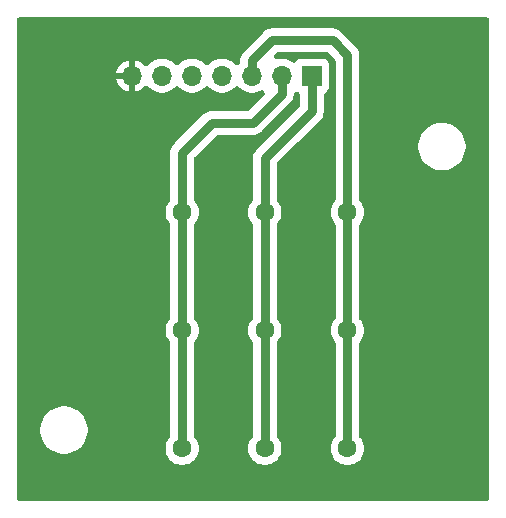
<source format=gbr>
%TF.GenerationSoftware,KiCad,Pcbnew,8.0.1*%
%TF.CreationDate,2024-04-03T15:52:09+05:30*%
%TF.ProjectId,ResistiveCrossbar,52657369-7374-4697-9665-43726f737362,rev?*%
%TF.SameCoordinates,Original*%
%TF.FileFunction,Copper,L2,Bot*%
%TF.FilePolarity,Positive*%
%FSLAX46Y46*%
G04 Gerber Fmt 4.6, Leading zero omitted, Abs format (unit mm)*
G04 Created by KiCad (PCBNEW 8.0.1) date 2024-04-03 15:52:09*
%MOMM*%
%LPD*%
G01*
G04 APERTURE LIST*
%TA.AperFunction,ComponentPad*%
%ADD10R,1.700000X1.700000*%
%TD*%
%TA.AperFunction,ComponentPad*%
%ADD11O,1.700000X1.700000*%
%TD*%
%TA.AperFunction,ViaPad*%
%ADD12C,1.600000*%
%TD*%
%TA.AperFunction,Conductor*%
%ADD13C,0.800000*%
%TD*%
G04 APERTURE END LIST*
D10*
%TO.P,J1,1,Pin_1*%
%TO.N,/Vt2*%
X141000000Y-44000000D03*
D11*
%TO.P,J1,2,Pin_2*%
%TO.N,/Vt1*%
X138460000Y-44000000D03*
%TO.P,J1,3,Pin_3*%
%TO.N,/Vt3*%
X135920000Y-44000000D03*
%TO.P,J1,4,Pin_4*%
%TO.N,/Hz3*%
X133380000Y-44000000D03*
%TO.P,J1,5,Pin_5*%
%TO.N,/Hz2*%
X130840000Y-44000000D03*
%TO.P,J1,6,Pin_6*%
%TO.N,/Hz1*%
X128300000Y-44000000D03*
%TO.P,J1,7,Pin_7*%
%TO.N,GND*%
X125760000Y-44000000D03*
%TD*%
D12*
%TO.N,/Vt3*%
X144000000Y-65550000D03*
X144000000Y-55550000D03*
X144000000Y-75550000D03*
%TO.N,/Vt1*%
X130000000Y-55550000D03*
X130000000Y-75550000D03*
X130000000Y-65550000D03*
%TO.N,/Vt2*%
X137000000Y-65550000D03*
X137000000Y-75550000D03*
X137000000Y-55550000D03*
%TD*%
D13*
%TO.N,/Vt3*%
X137600000Y-41000000D02*
X142750000Y-41000000D01*
X144000000Y-42250000D02*
X144000000Y-55550000D01*
X144000000Y-55550000D02*
X144000000Y-75550000D01*
X135920000Y-42680000D02*
X137600000Y-41000000D01*
X135920000Y-44000000D02*
X135920000Y-42680000D01*
X142750000Y-41000000D02*
X144000000Y-42250000D01*
%TO.N,/Vt1*%
X138460000Y-45540000D02*
X136000000Y-48000000D01*
X136000000Y-48000000D02*
X132500000Y-48000000D01*
X138460000Y-44000000D02*
X138460000Y-45540000D01*
X130000000Y-55550000D02*
X130000000Y-75550000D01*
X132500000Y-48000000D02*
X130000000Y-50500000D01*
X138531600Y-44170600D02*
X138560000Y-44199000D01*
X130000000Y-50500000D02*
X130000000Y-55550000D01*
%TO.N,/Vt2*%
X141000000Y-44000000D02*
X141000000Y-47000000D01*
X137000000Y-51000000D02*
X137000000Y-55550000D01*
X137000000Y-55550000D02*
X137000000Y-75550000D01*
X141000000Y-47000000D02*
X137000000Y-51000000D01*
%TD*%
%TA.AperFunction,Conductor*%
%TO.N,GND*%
G36*
X155845788Y-39019454D02*
G01*
X155926570Y-39073430D01*
X155980546Y-39154212D01*
X155999500Y-39249500D01*
X155999500Y-79751000D01*
X155980546Y-79846288D01*
X155926570Y-79927070D01*
X155845788Y-79981046D01*
X155750500Y-80000000D01*
X116249000Y-80000000D01*
X116153712Y-79981046D01*
X116072930Y-79927070D01*
X116018954Y-79846288D01*
X116000000Y-79751000D01*
X116000000Y-74131119D01*
X117999500Y-74131119D01*
X118033729Y-74391112D01*
X118101601Y-74644417D01*
X118201953Y-74886689D01*
X118201955Y-74886693D01*
X118333073Y-75113798D01*
X118333082Y-75113812D01*
X118490293Y-75318691D01*
X118492718Y-75321851D01*
X118678149Y-75507282D01*
X118678153Y-75507285D01*
X118678154Y-75507286D01*
X118886187Y-75666917D01*
X118886192Y-75666920D01*
X118886197Y-75666924D01*
X119113303Y-75798043D01*
X119355581Y-75898398D01*
X119608884Y-75966270D01*
X119868880Y-76000500D01*
X120131120Y-76000500D01*
X120391116Y-75966270D01*
X120644419Y-75898398D01*
X120886697Y-75798043D01*
X121113803Y-75666924D01*
X121321851Y-75507282D01*
X121507282Y-75321851D01*
X121666924Y-75113803D01*
X121798043Y-74886697D01*
X121898398Y-74644419D01*
X121966270Y-74391116D01*
X122000500Y-74131120D01*
X122000500Y-73868880D01*
X121966270Y-73608884D01*
X121898398Y-73355581D01*
X121798043Y-73113303D01*
X121666924Y-72886197D01*
X121666920Y-72886192D01*
X121666917Y-72886187D01*
X121507286Y-72678154D01*
X121507285Y-72678153D01*
X121507282Y-72678149D01*
X121321851Y-72492718D01*
X121321846Y-72492714D01*
X121321845Y-72492713D01*
X121113812Y-72333082D01*
X121113798Y-72333073D01*
X121052937Y-72297935D01*
X120886697Y-72201957D01*
X120886695Y-72201956D01*
X120886693Y-72201955D01*
X120886689Y-72201953D01*
X120644417Y-72101601D01*
X120534730Y-72072211D01*
X120391116Y-72033730D01*
X120391111Y-72033729D01*
X120391114Y-72033729D01*
X120131120Y-71999500D01*
X119868880Y-71999500D01*
X119608887Y-72033729D01*
X119355582Y-72101601D01*
X119113310Y-72201953D01*
X119113306Y-72201955D01*
X118886201Y-72333073D01*
X118886187Y-72333082D01*
X118678154Y-72492713D01*
X118492713Y-72678154D01*
X118333082Y-72886187D01*
X118333073Y-72886201D01*
X118201955Y-73113306D01*
X118201953Y-73113310D01*
X118101601Y-73355582D01*
X118033729Y-73608887D01*
X117999500Y-73868880D01*
X117999500Y-74131119D01*
X116000000Y-74131119D01*
X116000000Y-44250001D01*
X124429363Y-44250001D01*
X124486566Y-44463483D01*
X124486566Y-44463485D01*
X124586399Y-44677576D01*
X124721889Y-44871076D01*
X124888923Y-45038110D01*
X125082423Y-45173600D01*
X125296511Y-45273431D01*
X125510000Y-45330635D01*
X125510000Y-44433012D01*
X125567007Y-44465925D01*
X125694174Y-44500000D01*
X125825826Y-44500000D01*
X125952993Y-44465925D01*
X126010000Y-44433012D01*
X126010000Y-45330635D01*
X126223488Y-45273431D01*
X126437576Y-45173600D01*
X126631079Y-45038107D01*
X126787601Y-44881586D01*
X126868382Y-44827609D01*
X126963670Y-44808655D01*
X127058958Y-44827609D01*
X127139740Y-44881585D01*
X127146867Y-44889012D01*
X127151426Y-44893964D01*
X127151429Y-44893969D01*
X127314236Y-45070825D01*
X127503933Y-45218472D01*
X127715344Y-45332882D01*
X127942703Y-45410934D01*
X128179808Y-45450500D01*
X128420192Y-45450500D01*
X128657297Y-45410934D01*
X128884656Y-45332882D01*
X129096067Y-45218472D01*
X129285764Y-45070825D01*
X129386806Y-44961062D01*
X129465285Y-44903796D01*
X129559709Y-44880920D01*
X129655699Y-44895919D01*
X129738642Y-44946511D01*
X129753184Y-44961053D01*
X129795260Y-45006760D01*
X129854229Y-45070818D01*
X129854231Y-45070819D01*
X129854236Y-45070825D01*
X130043933Y-45218472D01*
X130255344Y-45332882D01*
X130482703Y-45410934D01*
X130719808Y-45450500D01*
X130960192Y-45450500D01*
X131197297Y-45410934D01*
X131424656Y-45332882D01*
X131636067Y-45218472D01*
X131825764Y-45070825D01*
X131926806Y-44961062D01*
X132005285Y-44903796D01*
X132099709Y-44880920D01*
X132195699Y-44895919D01*
X132278642Y-44946511D01*
X132293184Y-44961053D01*
X132335260Y-45006760D01*
X132394229Y-45070818D01*
X132394231Y-45070819D01*
X132394236Y-45070825D01*
X132583933Y-45218472D01*
X132795344Y-45332882D01*
X133022703Y-45410934D01*
X133259808Y-45450500D01*
X133500192Y-45450500D01*
X133737297Y-45410934D01*
X133964656Y-45332882D01*
X134176067Y-45218472D01*
X134365764Y-45070825D01*
X134466806Y-44961062D01*
X134545285Y-44903796D01*
X134639709Y-44880920D01*
X134735699Y-44895919D01*
X134818642Y-44946511D01*
X134833184Y-44961053D01*
X134875260Y-45006760D01*
X134934229Y-45070818D01*
X134934231Y-45070819D01*
X134934236Y-45070825D01*
X135123933Y-45218472D01*
X135335344Y-45332882D01*
X135562703Y-45410934D01*
X135799808Y-45450500D01*
X136040192Y-45450500D01*
X136277297Y-45410934D01*
X136504656Y-45332882D01*
X136630853Y-45264587D01*
X136723673Y-45235906D01*
X136820408Y-45244928D01*
X136906327Y-45290283D01*
X136968349Y-45365064D01*
X136997032Y-45457889D01*
X136988010Y-45554624D01*
X136942655Y-45640543D01*
X136925431Y-45659646D01*
X135658510Y-46926569D01*
X135577728Y-46980546D01*
X135482440Y-46999500D01*
X132401459Y-46999500D01*
X132304812Y-47018724D01*
X132304810Y-47018724D01*
X132208165Y-47037948D01*
X132154830Y-47060039D01*
X132026088Y-47113366D01*
X132026084Y-47113368D01*
X131862219Y-47222860D01*
X131862216Y-47222862D01*
X131722860Y-47362217D01*
X131722861Y-47362218D01*
X131722858Y-47362221D01*
X129362221Y-49722858D01*
X129362218Y-49722861D01*
X129362217Y-49722860D01*
X129222862Y-49862216D01*
X129222860Y-49862219D01*
X129113369Y-50026084D01*
X129113365Y-50026091D01*
X129037949Y-50208164D01*
X129037947Y-50208169D01*
X128999500Y-50401454D01*
X128999500Y-54471847D01*
X128980546Y-54567135D01*
X128933696Y-54640489D01*
X128891023Y-54686844D01*
X128764073Y-54881156D01*
X128670842Y-55093702D01*
X128670841Y-55093706D01*
X128613868Y-55318684D01*
X128613866Y-55318691D01*
X128594700Y-55550000D01*
X128613866Y-55781308D01*
X128613868Y-55781315D01*
X128670841Y-56006293D01*
X128670842Y-56006297D01*
X128764074Y-56218846D01*
X128891018Y-56413150D01*
X128933695Y-56459509D01*
X128984287Y-56542452D01*
X128999500Y-56628153D01*
X128999500Y-64471847D01*
X128980546Y-64567135D01*
X128933696Y-64640489D01*
X128891023Y-64686844D01*
X128764073Y-64881156D01*
X128670842Y-65093702D01*
X128670841Y-65093706D01*
X128613868Y-65318684D01*
X128613866Y-65318691D01*
X128594700Y-65550000D01*
X128613866Y-65781308D01*
X128613868Y-65781315D01*
X128670841Y-66006293D01*
X128670842Y-66006297D01*
X128764074Y-66218846D01*
X128891018Y-66413150D01*
X128933695Y-66459509D01*
X128984287Y-66542452D01*
X128999500Y-66628153D01*
X128999500Y-74471847D01*
X128980546Y-74567135D01*
X128933696Y-74640489D01*
X128891023Y-74686844D01*
X128764073Y-74881156D01*
X128670842Y-75093702D01*
X128670841Y-75093706D01*
X128613868Y-75318684D01*
X128613866Y-75318691D01*
X128594700Y-75550000D01*
X128613866Y-75781308D01*
X128613868Y-75781315D01*
X128670841Y-76006293D01*
X128670842Y-76006297D01*
X128764074Y-76218846D01*
X128891019Y-76413151D01*
X128891022Y-76413155D01*
X129048214Y-76583911D01*
X129048216Y-76583913D01*
X129231374Y-76726470D01*
X129328863Y-76779228D01*
X129435487Y-76836931D01*
X129435489Y-76836931D01*
X129435497Y-76836936D01*
X129655019Y-76912298D01*
X129883951Y-76950500D01*
X130116049Y-76950500D01*
X130344981Y-76912298D01*
X130564503Y-76836936D01*
X130768626Y-76726470D01*
X130951784Y-76583913D01*
X131108979Y-76413153D01*
X131235924Y-76218849D01*
X131329157Y-76006300D01*
X131386134Y-75781305D01*
X131405300Y-75550000D01*
X131386134Y-75318695D01*
X131329157Y-75093700D01*
X131235924Y-74881151D01*
X131108979Y-74686847D01*
X131066304Y-74640489D01*
X131015712Y-74557546D01*
X131000500Y-74471847D01*
X131000500Y-66628153D01*
X131019454Y-66532865D01*
X131066305Y-66459509D01*
X131108979Y-66413153D01*
X131235924Y-66218849D01*
X131329157Y-66006300D01*
X131386134Y-65781305D01*
X131405300Y-65550000D01*
X131386134Y-65318695D01*
X131329157Y-65093700D01*
X131235924Y-64881151D01*
X131108979Y-64686847D01*
X131066304Y-64640489D01*
X131015712Y-64557546D01*
X131000500Y-64471847D01*
X131000500Y-56628153D01*
X131019454Y-56532865D01*
X131066305Y-56459509D01*
X131108979Y-56413153D01*
X131235924Y-56218849D01*
X131329157Y-56006300D01*
X131386134Y-55781305D01*
X131405300Y-55550000D01*
X131386134Y-55318695D01*
X131329157Y-55093700D01*
X131235924Y-54881151D01*
X131108979Y-54686847D01*
X131066304Y-54640489D01*
X131015712Y-54557546D01*
X131000500Y-54471847D01*
X131000500Y-51017560D01*
X131019454Y-50922272D01*
X131073430Y-50841490D01*
X132841490Y-49073430D01*
X132922272Y-49019454D01*
X133017560Y-49000500D01*
X136098539Y-49000500D01*
X136098540Y-49000500D01*
X136098541Y-49000500D01*
X136195188Y-48981275D01*
X136291836Y-48962051D01*
X136345165Y-48939961D01*
X136473914Y-48886632D01*
X136637782Y-48777139D01*
X136777139Y-48637782D01*
X136777140Y-48637779D01*
X139237139Y-46177782D01*
X139346631Y-46013915D01*
X139346632Y-46013914D01*
X139422051Y-45831835D01*
X139460500Y-45638541D01*
X139460500Y-45582578D01*
X139479454Y-45487290D01*
X139533430Y-45406508D01*
X139614212Y-45352532D01*
X139709500Y-45333578D01*
X139804788Y-45352532D01*
X139834002Y-45366939D01*
X139847155Y-45374533D01*
X139847159Y-45374536D01*
X139847162Y-45374537D01*
X139861295Y-45382697D01*
X139860614Y-45383875D01*
X139926563Y-45427937D01*
X139980542Y-45508716D01*
X139999500Y-45604003D01*
X139999500Y-46482439D01*
X139980546Y-46577727D01*
X139926570Y-46658509D01*
X136362220Y-50222859D01*
X136362218Y-50222861D01*
X136362217Y-50222860D01*
X136222862Y-50362216D01*
X136222860Y-50362219D01*
X136113369Y-50526084D01*
X136113365Y-50526091D01*
X136037949Y-50708164D01*
X136037947Y-50708169D01*
X135999500Y-50901454D01*
X135999500Y-54471847D01*
X135980546Y-54567135D01*
X135933696Y-54640489D01*
X135891023Y-54686844D01*
X135764073Y-54881156D01*
X135670842Y-55093702D01*
X135670841Y-55093706D01*
X135613868Y-55318684D01*
X135613866Y-55318691D01*
X135594700Y-55550000D01*
X135613866Y-55781308D01*
X135613868Y-55781315D01*
X135670841Y-56006293D01*
X135670842Y-56006297D01*
X135764074Y-56218846D01*
X135891018Y-56413150D01*
X135933695Y-56459509D01*
X135984287Y-56542452D01*
X135999500Y-56628153D01*
X135999500Y-64471847D01*
X135980546Y-64567135D01*
X135933696Y-64640489D01*
X135891023Y-64686844D01*
X135764073Y-64881156D01*
X135670842Y-65093702D01*
X135670841Y-65093706D01*
X135613868Y-65318684D01*
X135613866Y-65318691D01*
X135594700Y-65550000D01*
X135613866Y-65781308D01*
X135613868Y-65781315D01*
X135670841Y-66006293D01*
X135670842Y-66006297D01*
X135764074Y-66218846D01*
X135891018Y-66413150D01*
X135933695Y-66459509D01*
X135984287Y-66542452D01*
X135999500Y-66628153D01*
X135999500Y-74471847D01*
X135980546Y-74567135D01*
X135933696Y-74640489D01*
X135891023Y-74686844D01*
X135764073Y-74881156D01*
X135670842Y-75093702D01*
X135670841Y-75093706D01*
X135613868Y-75318684D01*
X135613866Y-75318691D01*
X135594700Y-75550000D01*
X135613866Y-75781308D01*
X135613868Y-75781315D01*
X135670841Y-76006293D01*
X135670842Y-76006297D01*
X135764074Y-76218846D01*
X135891019Y-76413151D01*
X135891022Y-76413155D01*
X136048214Y-76583911D01*
X136048216Y-76583913D01*
X136231374Y-76726470D01*
X136328863Y-76779228D01*
X136435487Y-76836931D01*
X136435489Y-76836931D01*
X136435497Y-76836936D01*
X136655019Y-76912298D01*
X136883951Y-76950500D01*
X137116049Y-76950500D01*
X137344981Y-76912298D01*
X137564503Y-76836936D01*
X137768626Y-76726470D01*
X137951784Y-76583913D01*
X138108979Y-76413153D01*
X138235924Y-76218849D01*
X138329157Y-76006300D01*
X138386134Y-75781305D01*
X138405300Y-75550000D01*
X138386134Y-75318695D01*
X138329157Y-75093700D01*
X138235924Y-74881151D01*
X138108979Y-74686847D01*
X138066304Y-74640489D01*
X138015712Y-74557546D01*
X138000500Y-74471847D01*
X138000500Y-66628153D01*
X138019454Y-66532865D01*
X138066305Y-66459509D01*
X138108979Y-66413153D01*
X138235924Y-66218849D01*
X138329157Y-66006300D01*
X138386134Y-65781305D01*
X138405300Y-65550000D01*
X138386134Y-65318695D01*
X138329157Y-65093700D01*
X138235924Y-64881151D01*
X138108979Y-64686847D01*
X138066304Y-64640489D01*
X138015712Y-64557546D01*
X138000500Y-64471847D01*
X138000500Y-56628153D01*
X138019454Y-56532865D01*
X138066305Y-56459509D01*
X138108979Y-56413153D01*
X138235924Y-56218849D01*
X138329157Y-56006300D01*
X138386134Y-55781305D01*
X138405300Y-55550000D01*
X138386134Y-55318695D01*
X138329157Y-55093700D01*
X138235924Y-54881151D01*
X138108979Y-54686847D01*
X138066304Y-54640489D01*
X138015712Y-54557546D01*
X138000500Y-54471847D01*
X138000500Y-51517560D01*
X138019454Y-51422272D01*
X138073430Y-51341490D01*
X139806036Y-49608884D01*
X141777139Y-47637782D01*
X141886632Y-47473914D01*
X141962051Y-47291835D01*
X142000500Y-47098541D01*
X142000500Y-45604013D01*
X142019454Y-45508725D01*
X142073430Y-45427943D01*
X142139389Y-45383870D01*
X142138710Y-45382694D01*
X142152833Y-45374539D01*
X142152841Y-45374536D01*
X142278282Y-45278282D01*
X142374536Y-45152841D01*
X142435044Y-45006762D01*
X142450500Y-44889361D01*
X142450499Y-43110640D01*
X142435044Y-42993238D01*
X142374536Y-42847159D01*
X142324178Y-42781531D01*
X142278286Y-42721723D01*
X142278285Y-42721722D01*
X142278282Y-42721718D01*
X142278277Y-42721714D01*
X142278276Y-42721713D01*
X142152844Y-42625466D01*
X142152843Y-42625465D01*
X142152841Y-42625464D01*
X142006762Y-42564956D01*
X142006760Y-42564955D01*
X141889362Y-42549500D01*
X140110639Y-42549500D01*
X140110637Y-42549501D01*
X139993238Y-42564955D01*
X139884475Y-42610006D01*
X139847159Y-42625464D01*
X139847158Y-42625464D01*
X139847155Y-42625466D01*
X139721723Y-42721713D01*
X139721716Y-42721720D01*
X139671499Y-42787165D01*
X139598454Y-42851223D01*
X139506455Y-42882453D01*
X139409508Y-42876098D01*
X139322372Y-42833128D01*
X139321014Y-42832078D01*
X139256072Y-42781531D01*
X139256068Y-42781528D01*
X139256067Y-42781528D01*
X139145539Y-42721713D01*
X139044655Y-42667117D01*
X138817297Y-42589066D01*
X138817294Y-42589065D01*
X138580192Y-42549500D01*
X138339808Y-42549500D01*
X138102705Y-42589065D01*
X138102692Y-42589068D01*
X138089982Y-42593432D01*
X137993703Y-42606443D01*
X137899773Y-42581619D01*
X137822492Y-42522739D01*
X137773627Y-42438767D01*
X137760616Y-42342488D01*
X137785440Y-42248558D01*
X137833068Y-42181852D01*
X137941491Y-42073430D01*
X138022273Y-42019454D01*
X138117560Y-42000500D01*
X142232440Y-42000500D01*
X142327728Y-42019454D01*
X142408510Y-42073430D01*
X142926570Y-42591490D01*
X142980546Y-42672272D01*
X142999500Y-42767560D01*
X142999500Y-54471847D01*
X142980546Y-54567135D01*
X142933696Y-54640489D01*
X142891023Y-54686844D01*
X142764073Y-54881156D01*
X142670842Y-55093702D01*
X142670841Y-55093706D01*
X142613868Y-55318684D01*
X142613866Y-55318691D01*
X142594700Y-55550000D01*
X142613866Y-55781308D01*
X142613868Y-55781315D01*
X142670841Y-56006293D01*
X142670842Y-56006297D01*
X142764074Y-56218846D01*
X142891018Y-56413150D01*
X142933695Y-56459509D01*
X142984287Y-56542452D01*
X142999500Y-56628153D01*
X142999500Y-64471847D01*
X142980546Y-64567135D01*
X142933696Y-64640489D01*
X142891023Y-64686844D01*
X142764073Y-64881156D01*
X142670842Y-65093702D01*
X142670841Y-65093706D01*
X142613868Y-65318684D01*
X142613866Y-65318691D01*
X142594700Y-65550000D01*
X142613866Y-65781308D01*
X142613868Y-65781315D01*
X142670841Y-66006293D01*
X142670842Y-66006297D01*
X142764074Y-66218846D01*
X142891018Y-66413150D01*
X142933695Y-66459509D01*
X142984287Y-66542452D01*
X142999500Y-66628153D01*
X142999500Y-74471847D01*
X142980546Y-74567135D01*
X142933696Y-74640489D01*
X142891023Y-74686844D01*
X142764073Y-74881156D01*
X142670842Y-75093702D01*
X142670841Y-75093706D01*
X142613868Y-75318684D01*
X142613866Y-75318691D01*
X142594700Y-75550000D01*
X142613866Y-75781308D01*
X142613868Y-75781315D01*
X142670841Y-76006293D01*
X142670842Y-76006297D01*
X142764074Y-76218846D01*
X142891019Y-76413151D01*
X142891022Y-76413155D01*
X143048214Y-76583911D01*
X143048216Y-76583913D01*
X143231374Y-76726470D01*
X143328863Y-76779228D01*
X143435487Y-76836931D01*
X143435489Y-76836931D01*
X143435497Y-76836936D01*
X143655019Y-76912298D01*
X143883951Y-76950500D01*
X144116049Y-76950500D01*
X144344981Y-76912298D01*
X144564503Y-76836936D01*
X144768626Y-76726470D01*
X144951784Y-76583913D01*
X145108979Y-76413153D01*
X145235924Y-76218849D01*
X145329157Y-76006300D01*
X145386134Y-75781305D01*
X145405300Y-75550000D01*
X145386134Y-75318695D01*
X145329157Y-75093700D01*
X145235924Y-74881151D01*
X145108979Y-74686847D01*
X145066304Y-74640489D01*
X145015712Y-74557546D01*
X145000500Y-74471847D01*
X145000500Y-66628153D01*
X145019454Y-66532865D01*
X145066305Y-66459509D01*
X145108979Y-66413153D01*
X145235924Y-66218849D01*
X145329157Y-66006300D01*
X145386134Y-65781305D01*
X145405300Y-65550000D01*
X145386134Y-65318695D01*
X145329157Y-65093700D01*
X145235924Y-64881151D01*
X145108979Y-64686847D01*
X145066304Y-64640489D01*
X145015712Y-64557546D01*
X145000500Y-64471847D01*
X145000500Y-56628153D01*
X145019454Y-56532865D01*
X145066305Y-56459509D01*
X145108979Y-56413153D01*
X145235924Y-56218849D01*
X145329157Y-56006300D01*
X145386134Y-55781305D01*
X145405300Y-55550000D01*
X145386134Y-55318695D01*
X145329157Y-55093700D01*
X145235924Y-54881151D01*
X145108979Y-54686847D01*
X145066304Y-54640489D01*
X145015712Y-54557546D01*
X145000500Y-54471847D01*
X145000500Y-50131119D01*
X149999500Y-50131119D01*
X150033729Y-50391112D01*
X150101601Y-50644417D01*
X150201953Y-50886689D01*
X150201955Y-50886693D01*
X150333073Y-51113798D01*
X150333082Y-51113812D01*
X150492713Y-51321845D01*
X150492718Y-51321851D01*
X150678149Y-51507282D01*
X150678153Y-51507285D01*
X150678154Y-51507286D01*
X150886187Y-51666917D01*
X150886192Y-51666920D01*
X150886197Y-51666924D01*
X151113303Y-51798043D01*
X151355581Y-51898398D01*
X151608884Y-51966270D01*
X151868880Y-52000500D01*
X152131120Y-52000500D01*
X152391116Y-51966270D01*
X152644419Y-51898398D01*
X152886697Y-51798043D01*
X153113803Y-51666924D01*
X153321851Y-51507282D01*
X153507282Y-51321851D01*
X153666924Y-51113803D01*
X153798043Y-50886697D01*
X153898398Y-50644419D01*
X153966270Y-50391116D01*
X154000500Y-50131120D01*
X154000500Y-49868880D01*
X153966270Y-49608884D01*
X153898398Y-49355581D01*
X153798043Y-49113303D01*
X153666924Y-48886197D01*
X153666920Y-48886192D01*
X153666917Y-48886187D01*
X153507286Y-48678154D01*
X153507285Y-48678153D01*
X153507282Y-48678149D01*
X153321851Y-48492718D01*
X153321846Y-48492714D01*
X153321845Y-48492713D01*
X153113812Y-48333082D01*
X153113798Y-48333073D01*
X153052937Y-48297935D01*
X152886697Y-48201957D01*
X152886695Y-48201956D01*
X152886693Y-48201955D01*
X152886689Y-48201953D01*
X152644417Y-48101601D01*
X152534730Y-48072211D01*
X152391116Y-48033730D01*
X152391111Y-48033729D01*
X152391114Y-48033729D01*
X152131120Y-47999500D01*
X151868880Y-47999500D01*
X151608887Y-48033729D01*
X151355582Y-48101601D01*
X151113310Y-48201953D01*
X151113306Y-48201955D01*
X150886201Y-48333073D01*
X150886187Y-48333082D01*
X150678154Y-48492713D01*
X150492713Y-48678154D01*
X150333082Y-48886187D01*
X150333073Y-48886201D01*
X150201955Y-49113306D01*
X150201953Y-49113310D01*
X150101601Y-49355582D01*
X150033729Y-49608887D01*
X149999500Y-49868880D01*
X149999500Y-50131119D01*
X145000500Y-50131119D01*
X145000500Y-42151459D01*
X145000499Y-42151454D01*
X144962052Y-41958169D01*
X144962051Y-41958167D01*
X144962051Y-41958165D01*
X144886632Y-41776086D01*
X144777139Y-41612218D01*
X144637782Y-41472861D01*
X144637778Y-41472858D01*
X143527141Y-40362221D01*
X143527139Y-40362218D01*
X143387782Y-40222861D01*
X143223914Y-40113368D01*
X143223909Y-40113365D01*
X143134868Y-40076483D01*
X143095165Y-40060038D01*
X143041836Y-40037949D01*
X143041833Y-40037948D01*
X142945189Y-40018724D01*
X142945188Y-40018724D01*
X142848541Y-39999500D01*
X137501459Y-39999500D01*
X137404812Y-40018724D01*
X137404810Y-40018724D01*
X137308165Y-40037948D01*
X137254830Y-40060039D01*
X137126088Y-40113366D01*
X137126084Y-40113368D01*
X136962219Y-40222860D01*
X136962216Y-40222862D01*
X136822860Y-40362217D01*
X136822861Y-40362218D01*
X136822858Y-40362221D01*
X135282221Y-41902858D01*
X135282218Y-41902861D01*
X135282217Y-41902860D01*
X135142862Y-42042216D01*
X135142860Y-42042219D01*
X135033369Y-42206084D01*
X135033365Y-42206091D01*
X134957949Y-42388164D01*
X134957947Y-42388169D01*
X134919500Y-42581454D01*
X134919500Y-42848021D01*
X134900546Y-42943309D01*
X134853695Y-43016664D01*
X134833194Y-43038934D01*
X134754712Y-43096203D01*
X134660289Y-43119078D01*
X134564299Y-43104078D01*
X134481356Y-43053486D01*
X134466815Y-43038946D01*
X134365764Y-42929175D01*
X134176067Y-42781528D01*
X134065539Y-42721713D01*
X133964655Y-42667117D01*
X133737297Y-42589066D01*
X133737294Y-42589065D01*
X133500192Y-42549500D01*
X133259808Y-42549500D01*
X133022705Y-42589065D01*
X133022702Y-42589066D01*
X132795344Y-42667117D01*
X132583931Y-42781529D01*
X132394235Y-42929176D01*
X132386354Y-42937736D01*
X132293193Y-43038937D01*
X132214714Y-43096204D01*
X132120290Y-43119079D01*
X132024300Y-43104079D01*
X131941357Y-43053488D01*
X131926815Y-43038946D01*
X131825764Y-42929175D01*
X131636067Y-42781528D01*
X131525539Y-42721713D01*
X131424655Y-42667117D01*
X131197297Y-42589066D01*
X131197294Y-42589065D01*
X130960192Y-42549500D01*
X130719808Y-42549500D01*
X130482705Y-42589065D01*
X130482702Y-42589066D01*
X130255344Y-42667117D01*
X130043931Y-42781529D01*
X129854235Y-42929176D01*
X129846354Y-42937736D01*
X129753193Y-43038937D01*
X129674714Y-43096204D01*
X129580290Y-43119079D01*
X129484300Y-43104079D01*
X129401357Y-43053488D01*
X129386815Y-43038946D01*
X129285764Y-42929175D01*
X129096067Y-42781528D01*
X128985539Y-42721713D01*
X128884655Y-42667117D01*
X128657297Y-42589066D01*
X128657294Y-42589065D01*
X128420192Y-42549500D01*
X128179808Y-42549500D01*
X127942705Y-42589065D01*
X127942702Y-42589066D01*
X127715344Y-42667117D01*
X127503931Y-42781529D01*
X127446281Y-42826400D01*
X127314236Y-42929175D01*
X127314234Y-42929176D01*
X127314234Y-42929177D01*
X127314228Y-42929182D01*
X127146866Y-43110987D01*
X127068384Y-43168256D01*
X126973961Y-43191131D01*
X126877971Y-43176131D01*
X126795028Y-43125539D01*
X126787601Y-43118414D01*
X126631076Y-42961889D01*
X126437576Y-42826399D01*
X126223484Y-42726566D01*
X126010001Y-42669363D01*
X126010000Y-42669364D01*
X126010000Y-43566988D01*
X125952993Y-43534075D01*
X125825826Y-43500000D01*
X125694174Y-43500000D01*
X125567007Y-43534075D01*
X125510000Y-43566988D01*
X125510000Y-42669364D01*
X125509998Y-42669363D01*
X125296516Y-42726566D01*
X125296505Y-42726570D01*
X125082428Y-42826396D01*
X125082420Y-42826400D01*
X124888923Y-42961889D01*
X124721889Y-43128923D01*
X124586400Y-43322420D01*
X124586396Y-43322428D01*
X124486570Y-43536505D01*
X124486566Y-43536516D01*
X124429363Y-43749998D01*
X124429364Y-43750000D01*
X125326988Y-43750000D01*
X125294075Y-43807007D01*
X125260000Y-43934174D01*
X125260000Y-44065826D01*
X125294075Y-44192993D01*
X125326988Y-44250000D01*
X124429364Y-44250000D01*
X124429363Y-44250001D01*
X116000000Y-44250001D01*
X116000000Y-39249500D01*
X116018954Y-39154212D01*
X116072930Y-39073430D01*
X116153712Y-39019454D01*
X116249000Y-39000500D01*
X155750500Y-39000500D01*
X155845788Y-39019454D01*
G37*
%TD.AperFunction*%
%TD*%
M02*

</source>
